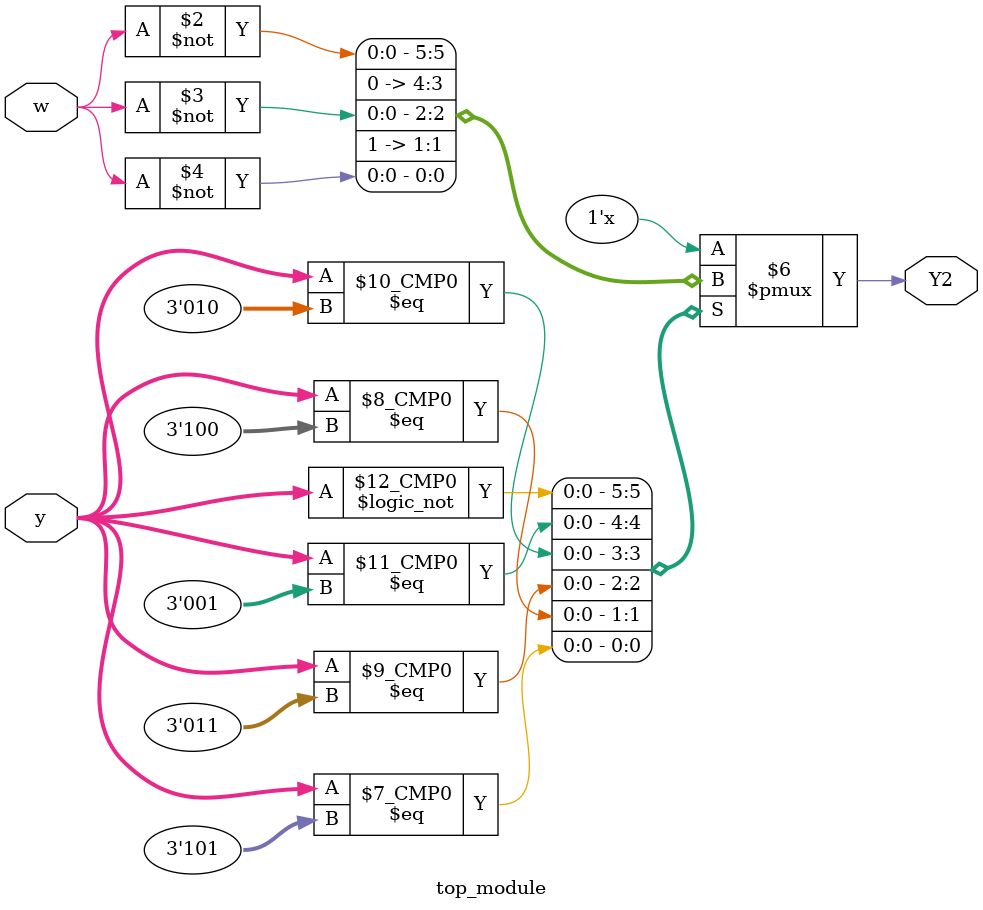
<source format=sv>
module top_module(
    input [3:1] y,
    input w,
    output reg Y2
);

always @(*) begin
    case (y)
        3'b000: Y2 = ~w; // State A
        3'b001: Y2 = 1'b0; // State B
        3'b010: Y2 = 1'b0; // State C
        3'b011: Y2 = ~w; // State D
        3'b100: Y2 = 1'b1; // State E
        3'b101: Y2 = ~w; // State F
        default: Y2 = 1'bx; // Invalid state
    endcase
end

endmodule

</source>
